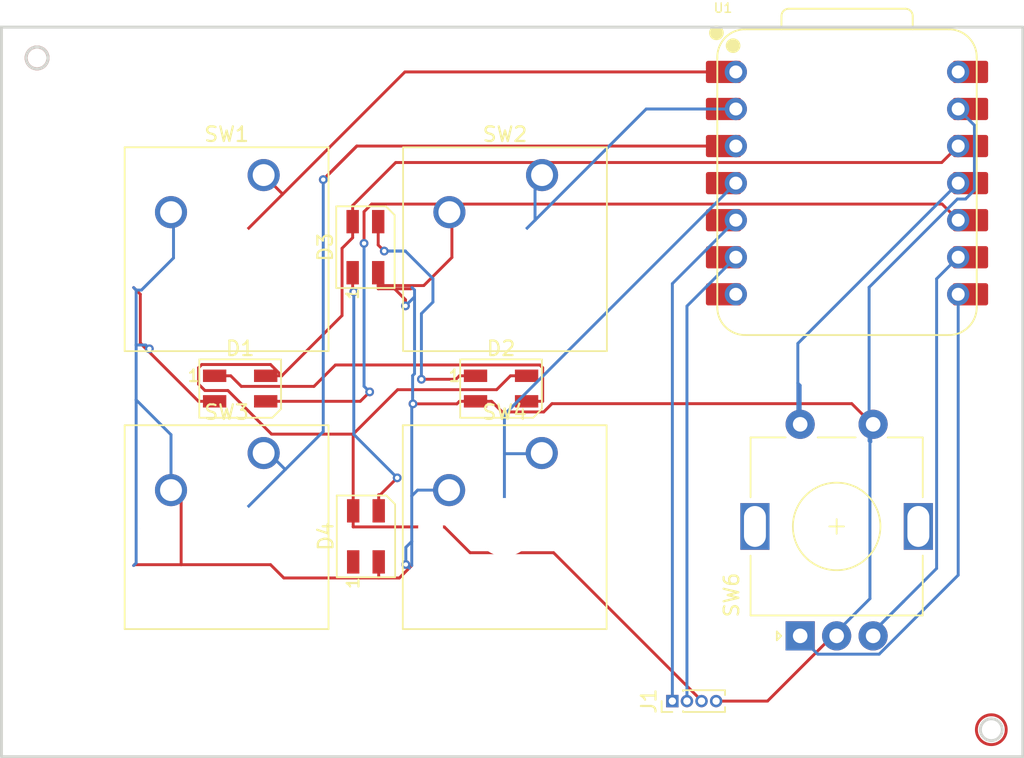
<source format=kicad_pcb>
(kicad_pcb (version 20241229) (generator "pcbnew") (generator_version "9.0")
  (layers (0 "F.Cu" signal) (2 "B.Cu" signal) (13 "F.Paste" user) (15 "B.Paste" user) (5 "F.SilkS" user "F.Silkscreen") (7 "B.SilkS" user "B.Silkscreen") (1 "F.Mask" user) (3 "B.Mask" user) (25 "Edge.Cuts" user))
  (net 0 "")
  (net 1 "Net-(D1-DOUT)")
  (net 2 "Net-(D1-DIN)")
  (net 3 "/GND")
  (net 4 "3v3")
  (net 5 "Net-(D2-DOUT)")
  (net 6 "Net-(D3-DOUT)")
  (net 8 "SDA")
  (net 9 "SCL")
  (net 10 "SW 1")
  (net 11 "SW 2")
  (net 12 "SW 3")
  (net 13 "SW 4")
  (net 14 "SW 5")
  (net 15 "RES ")
  (net 16 "RE B")
  (net 17 "RE A")
  (footprint "Button_Switch_Keyboard:SW_Cherry_MX_1.00u_PCB" (layer "F.Cu") (at 132.05 65.14)
    (property "Reference" "SW2" (at -2.54 -2.794 0) (layer "F.SilkS"))
    (property "Value" "SW_Push")
    (fp_line (start -9.525 -1.905) (end 4.445 -1.905) (stroke (width 0.12)) (layer "F.SilkS"))
    (fp_line (start -9.525 12.065) (end -9.525 -1.905) (stroke (width 0.12)) (layer "F.SilkS"))
    (fp_line (start 4.445 -1.905) (end 4.445 12.065) (stroke (width 0.12)) (layer "F.SilkS"))
    (fp_line (start 4.445 12.065) (end -9.525 12.065) (stroke (width 0.12)) (layer "F.SilkS"))
    (pad "" np_thru_hole circle (at -7.62 5.08) (size 1.7 1.7) (drill 1.7) (layers "*.Cu" "*.Mask"))
    (pad "" np_thru_hole circle (at -2.54 5.08) (size 4 4) (drill 4) (layers "*.Cu" "*.Mask"))
    (pad "" np_thru_hole circle (at 2.54 5.08) (size 1.7 1.7) (drill 1.7) (layers "*.Cu" "*.Mask"))
    (pad "1" thru_hole circle (at 0 0) (size 2.2 2.2) (drill 1.5) (layers "*.Cu" "*.Mask") (net 11 "SW 2"))
    (pad "2" thru_hole circle (at -6.35 2.54) (size 2.2 2.2) (drill 1.5) (layers "*.Cu" "*.Mask") (net 3 "/GND"))
  )
  (footprint "Button_Switch_Keyboard:SW_Cherry_MX_1.00u_PCB" (layer "F.Cu") (at 132.03 84.19)
    (property "Reference" "SW4" (at -2.54 -2.794 0) (layer "F.SilkS"))
    (property "Value" "SW_Push")
    (fp_line (start -9.525 -1.905) (end 4.445 -1.905) (stroke (width 0.12)) (layer "F.SilkS"))
    (fp_line (start -9.525 12.065) (end -9.525 -1.905) (stroke (width 0.12)) (layer "F.SilkS"))
    (fp_line (start 4.445 -1.905) (end 4.445 12.065) (stroke (width 0.12)) (layer "F.SilkS"))
    (fp_line (start 4.445 12.065) (end -9.525 12.065) (stroke (width 0.12)) (layer "F.SilkS"))
    (pad "" np_thru_hole circle (at -7.62 5.08) (size 1.7 1.7) (drill 1.7) (layers "*.Cu" "*.Mask"))
    (pad "" np_thru_hole circle (at -2.54 5.08) (size 4 4) (drill 4) (layers "*.Cu" "*.Mask"))
    (pad "" np_thru_hole circle (at 2.54 5.08) (size 1.7 1.7) (drill 1.7) (layers "*.Cu" "*.Mask"))
    (pad "1" thru_hole circle (at 0 0) (size 2.2 2.2) (drill 1.5) (layers "*.Cu" "*.Mask") (net 13 "SW 4"))
    (pad "2" thru_hole circle (at -6.35 2.54) (size 2.2 2.2) (drill 1.5) (layers "*.Cu" "*.Mask") (net 3 "/GND"))
  )
  (footprint "OPL:XIAO-RP2040-DIP" (layer "F.Cu") (at 152.95 65.69)
    (property "Reference" "U1" (at -8.5 -12 0) (layer "F.SilkS") (effects (font (size 0.635 0.635) (thickness 0.1016))))
    (property "Value" "XIAO-RP2040-DIP")
    (fp_line (start -8.89 8.509) (end -8.89 -8.636) (stroke (width 0.127)) (layer "F.SilkS"))
    (fp_line (start -6.985 10.414) (end 6.985 10.414) (stroke (width 0.127)) (layer "F.SilkS"))
    (fp_line (start -4.495 -10.541) (end -4.491272 -11.451272) (stroke (width 0.127)) (layer "F.SilkS"))
    (fp_line (start -3.991272 -11.951) (end 4.004 -11.951) (stroke (width 0.127)) (layer "F.SilkS"))
    (fp_line (start 4.504 -11.451) (end 4.504 -10.541) (stroke (width 0.127)) (layer "F.SilkS"))
    (fp_line (start 6.985 -10.541) (end -6.985 -10.541) (stroke (width 0.1)) (layer "F.SilkS"))
    (fp_line (start 6.985 -10.541) (end -6.985 -10.541) (stroke (width 0.127)) (layer "F.SilkS"))
    (fp_line (start 8.89 8.509) (end 8.89 -8.636) (stroke (width 0.127)) (layer "F.SilkS"))
    (fp_arc (start -8.89 -8.636) (mid -8.332038 -9.983038) (end -6.985 -10.541) (stroke (width 0.127)) (layer "F.SilkS"))
    (fp_arc (start -6.985 10.414) (mid -8.332038 9.856038) (end -8.89 8.509) (stroke (width 0.127)) (layer "F.SilkS"))
    (fp_arc (start -4.491272 -11.451272) (mid -4.344728 -11.80464) (end -3.991272 -11.951) (stroke (width 0.127)) (layer "F.SilkS"))
    (fp_arc (start 4.004 -11.951) (mid 4.357553 -11.804553) (end 4.504 -11.451) (stroke (width 0.127)) (layer "F.SilkS"))
    (fp_arc (start 6.985 -10.541) (mid 8.332038 -9.983038) (end 8.89 -8.636) (stroke (width 0.127)) (layer "F.SilkS"))
    (fp_arc (start 8.89 8.509) (mid 8.332038 9.856038) (end 6.985 10.414) (stroke (width 0.127)) (layer "F.SilkS"))
    (fp_circle (center -8.95 -10.3) (end -8.95 -10.554) (stroke (width 0.5)) (fill yes) (layer "F.SilkS"))
    (fp_circle (center -7.807 -9.42) (end -7.807 -9.674) (stroke (width 0.5)) (fill yes) (layer "F.SilkS"))
    (pad "1" smd roundrect (at -8.455 -7.62 180) (size 2.432 1.524) (layers "F.Cu" "F.Mask") (roundrect_rratio 0.1) (net 10 "SW 1"))
    (pad "1" thru_hole circle (at -7.62 -7.62 180) (size 1.524 1.524) (drill 0.889) (layers "*.Cu" "*.Mask") (net 10 "SW 1"))
    (pad "2" smd roundrect (at -8.455 -5.08 180) (size 2.432 1.524) (layers "F.Cu" "F.Mask") (roundrect_rratio 0.1) (net 11 "SW 2"))
    (pad "2" thru_hole circle (at -7.62 -5.08 180) (size 1.524 1.524) (drill 0.889) (layers "*.Cu" "*.Mask") (net 11 "SW 2"))
    (pad "3" smd roundrect (at -8.455 -2.54 180) (size 2.432 1.524) (layers "F.Cu" "F.Mask") (roundrect_rratio 0.1) (net 12 "SW 3"))
    (pad "3" thru_hole circle (at -7.62 -2.54 180) (size 1.524 1.524) (drill 0.889) (layers "*.Cu" "*.Mask") (net 12 "SW 3"))
    (pad "4" smd roundrect (at -8.455 0 180) (size 2.432 1.524) (layers "F.Cu" "F.Mask") (roundrect_rratio 0.1) (net 13 "SW 4"))
    (pad "4" thru_hole circle (at -7.62 0 180) (size 1.524 1.524) (drill 0.889) (layers "*.Cu" "*.Mask") (net 13 "SW 4"))
    (pad "5" smd roundrect (at -8.455 2.54 180) (size 2.432 1.524) (layers "F.Cu" "F.Mask") (roundrect_rratio 0.1) (net 8 "SDA"))
    (pad "5" thru_hole circle (at -7.62 2.54 180) (size 1.524 1.524) (drill 0.889) (layers "*.Cu" "*.Mask") (net 8 "SDA"))
    (pad "6" smd roundrect (at -8.455 5.08 180) (size 2.432 1.524) (layers "F.Cu" "F.Mask") (roundrect_rratio 0.1) (net 9 "SCL"))
    (pad "6" thru_hole circle (at -7.62 5.08 180) (size 1.524 1.524) (drill 0.889) (layers "*.Cu" "*.Mask") (net 9 "SCL"))
    (pad "7" smd roundrect (at -8.455 7.62 180) (size 2.432 1.524) (layers "F.Cu" "F.Mask") (roundrect_rratio 0.1) (net 14 "SW 5"))
    (pad "7" thru_hole circle (at -7.62 7.62 180) (size 1.524 1.524) (drill 0.889) (layers "*.Cu" "*.Mask") (net 14 "SW 5"))
    (pad "8" thru_hole circle (at 7.62 7.62) (size 1.524 1.524) (drill 0.889) (layers "*.Cu" "*.Mask") (net 17 "RE A"))
    (pad "8" smd roundrect (at 8.455 7.62) (size 2.432 1.524) (layers "F.Cu" "F.Mask") (roundrect_rratio 0.1) (net 17 "RE A"))
    (pad "9" thru_hole circle (at 7.62 5.08) (size 1.524 1.524) (drill 0.889) (layers "*.Cu" "*.Mask") (net 16 "RE B"))
    (pad "9" smd roundrect (at 8.455 5.08) (size 2.432 1.524) (layers "F.Cu" "F.Mask") (roundrect_rratio 0.1) (net 16 "RE B"))
    (pad "10" thru_hole circle (at 7.62 2.54) (size 1.524 1.524) (drill 0.889) (layers "*.Cu" "*.Mask") (net 2 "Net-(D1-DIN)"))
    (pad "10" smd roundrect (at 8.455 2.54) (size 2.432 1.524) (layers "F.Cu" "F.Mask") (roundrect_rratio 0.1) (net 2 "Net-(D1-DIN)"))
    (pad "11" thru_hole circle (at 7.62 0) (size 1.524 1.524) (drill 0.889) (layers "*.Cu" "*.Mask") (net 15 "RES "))
    (pad "11" smd roundrect (at 8.455 0) (size 2.432 1.524) (layers "F.Cu" "F.Mask") (roundrect_rratio 0.1) (net 15 "RES "))
    (pad "12" thru_hole circle (at 7.62 -2.54) (size 1.524 1.524) (drill 0.889) (layers "*.Cu" "*.Mask") (net 4 "3v3"))
    (pad "12" smd roundrect (at 8.455 -2.54) (size 2.432 1.524) (layers "F.Cu" "F.Mask") (roundrect_rratio 0.1) (net 4 "3v3"))
    (pad "13" thru_hole circle (at 7.62 -5.08) (size 1.524 1.524) (drill 0.889) (layers "*.Cu" "*.Mask") (net 3 "/GND"))
    (pad "13" smd roundrect (at 8.455 -5.08) (size 2.432 1.524) (layers "F.Cu" "F.Mask") (roundrect_rratio 0.1) (net 3 "/GND"))
    (pad "14" thru_hole circle (at 7.62 -7.62) (size 1.524 1.524) (drill 0.889) (layers "*.Cu" "*.Mask"))
    (pad "14" smd roundrect (at 8.455 -7.62) (size 2.432 1.524) (layers "F.Cu" "F.Mask") (roundrect_rratio 0.1))
  )
  (footprint "LED_SMD:LED_SK6812MINI_PLCC4_3.5x3.5mm_P1.75mm" (layer "F.Cu") (at 111.36 79.77)
    (property "Reference" "D1" (at 0 -2.75 0) (layer "F.SilkS"))
    (property "Value" "SK6812MINI")
    (fp_line (start -2.8 -2) (end -2.8 2) (stroke (width 0.12)) (layer "F.SilkS"))
    (fp_line (start -2.8 -2) (end 2.8 -2) (stroke (width 0.12)) (layer "F.SilkS"))
    (fp_line (start -2.8 2) (end 2.2 2) (stroke (width 0.12)) (layer "F.SilkS"))
    (fp_line (start 2.8 1.4) (end 2.2 2) (stroke (width 0.12)) (layer "F.SilkS"))
    (fp_line (start 2.8 1.4) (end 2.8 -2) (stroke (width 0.12)) (layer "F.SilkS"))
    (fp_text user "1" (at -3.2 -0.875 0) (layer "F.SilkS") (effects (font (size 0.8 0.8))))
    (pad "1" smd rect (at -1.75 -0.875) (size 1.6 0.85) (layers "F.Cu" "F.Mask" "F.Paste") (net 1 "Net-(D1-DOUT)"))
    (pad "2" smd rect (at -1.75 0.875) (size 1.6 0.85) (layers "F.Cu" "F.Mask" "F.Paste") (net 3 "/GND"))
    (pad "3" smd rect (at 1.75 0.875) (size 1.6 0.85) (layers "F.Cu" "F.Mask" "F.Paste") (net 2 "Net-(D1-DIN)"))
    (pad "4" smd rect (at 1.75 -0.875) (size 1.6 0.85) (layers "F.Cu" "F.Mask" "F.Paste") (net 4 "3v3"))
  )
  (footprint "LED_SMD:LED_SK6812MINI_PLCC4_3.5x3.5mm_P1.75mm" (layer "F.Cu") (at 119.945 70.08 90)
    (property "Reference" "D3" (at 0 -2.75 90) (layer "F.SilkS"))
    (property "Value" "SK6812MINI")
    (fp_line (start -2.8 -2) (end 2.8 -2) (stroke (width 0.12)) (layer "F.SilkS"))
    (fp_line (start -2.8 -2) (end -2.8 2) (stroke (width 0.12)) (layer "F.SilkS"))
    (fp_line (start 2.8 1.4) (end 2.8 -2) (stroke (width 0.12)) (layer "F.SilkS"))
    (fp_line (start 2.8 1.4) (end 2.2 2) (stroke (width 0.12)) (layer "F.SilkS"))
    (fp_line (start -2.8 2) (end 2.2 2) (stroke (width 0.12)) (layer "F.SilkS"))
    (fp_text user "1" (at -3.2 -0.875 90) (layer "F.SilkS") (effects (font (size 0.8 0.8))))
    (pad "1" smd rect (at -1.75 -0.875 90) (size 1.6 0.85) (layers "F.Cu" "F.Mask" "F.Paste") (net 6 "Net-(D3-DOUT)"))
    (pad "2" smd rect (at -1.75 0.875 90) (size 1.6 0.85) (layers "F.Cu" "F.Mask" "F.Paste") (net 3 "/GND"))
    (pad "3" smd rect (at 1.75 0.875 90) (size 1.6 0.85) (layers "F.Cu" "F.Mask" "F.Paste") (net 5 "Net-(D2-DOUT)"))
    (pad "4" smd rect (at 1.75 -0.875 90) (size 1.6 0.85) (layers "F.Cu" "F.Mask" "F.Paste") (net 4 "3v3"))
  )
  (footprint "Rotary_Encoder:RotaryEncoder_Alps_EC11E-Switch_Vertical_H20mm" (layer "F.Cu") (at 149.74 96.72 90)
    (property "Reference" "SW6" (at 2.8 -4.7 90) (layer "F.SilkS"))
    (property "Value" "RotaryEncoder_Switch")
    (fp_line (start 13.6 -3.4) (end 13.6 -1) (stroke (width 0.12)) (layer "F.SilkS"))
    (fp_line (start 9.5 -3.4) (end 13.6 -3.4) (stroke (width 0.12)) (layer "F.SilkS"))
    (fp_line (start 5.5 -3.4) (end 1.4 -3.4) (stroke (width 0.12)) (layer "F.SilkS"))
    (fp_line (start 1.4 -3.4) (end 1.4 8.4) (stroke (width 0.12)) (layer "F.SilkS"))
    (fp_line (start 0.3 -1.6) (end 0 -1.3) (stroke (width 0.12)) (layer "F.SilkS"))
    (fp_line (start -0.3 -1.6) (end 0.3 -1.6) (stroke (width 0.12)) (layer "F.SilkS"))
    (fp_line (start 0 -1.3) (end -0.3 -1.6) (stroke (width 0.12)) (layer "F.SilkS"))
    (fp_line (start 13.6 1.2) (end 13.6 3.8) (stroke (width 0.12)) (layer "F.SilkS"))
    (fp_line (start 7.5 2) (end 7.5 3) (stroke (width 0.12)) (layer "F.SilkS"))
    (fp_line (start 7 2.5) (end 8 2.5) (stroke (width 0.12)) (layer "F.SilkS"))
    (fp_line (start 13.6 6) (end 13.6 8.4) (stroke (width 0.12)) (layer "F.SilkS"))
    (fp_line (start 13.6 8.4) (end 9.5 8.4) (stroke (width 0.12)) (layer "F.SilkS"))
    (fp_line (start 5.5 8.4) (end 1.4 8.4) (stroke (width 0.12)) (layer "F.SilkS"))
    (fp_circle (center 7.5 2.5) (end 10.5 2.5) (stroke (width 0.12)) (fill no) (layer "F.SilkS"))
    (pad "A" thru_hole rect (at 0 0 90) (size 2 2) (drill 1) (layers "*.Cu" "*.Mask") (net 17 "RE A"))
    (pad "B" thru_hole circle (at 0 5 90) (size 2 2) (drill 1) (layers "*.Cu" "*.Mask") (net 16 "RE B"))
    (pad "C" thru_hole circle (at 0 2.5 90) (size 2 2) (drill 1) (layers "*.Cu" "*.Mask") (net 3 "/GND"))
    (pad "MP" thru_hole rect (at 7.5 -3.1 90) (size 3.2 2) (drill oval 2.8 1.5) (layers "*.Cu" "*.Mask"))
    (pad "MP" thru_hole rect (at 7.5 8.1 90) (size 3.2 2) (drill oval 2.8 1.5) (layers "*.Cu" "*.Mask"))
    (pad "S1" thru_hole circle (at 14.5 5 90) (size 2 2) (drill 1) (layers "*.Cu" "*.Mask") (net 3 "/GND"))
    (pad "S2" thru_hole circle (at 14.5 0 90) (size 2 2) (drill 1) (layers "*.Cu" "*.Mask") (net 15 "RES "))
  )
  (footprint "LED_SMD:LED_SK6812MINI_PLCC4_3.5x3.5mm_P1.75mm" (layer "F.Cu") (at 129.24 79.77)
    (property "Reference" "D2" (at 0 -2.75 0) (layer "F.SilkS"))
    (property "Value" "SK6812MINI")
    (fp_line (start -2.8 -2) (end -2.8 2) (stroke (width 0.12)) (layer "F.SilkS"))
    (fp_line (start -2.8 -2) (end 2.8 -2) (stroke (width 0.12)) (layer "F.SilkS"))
    (fp_line (start -2.8 2) (end 2.2 2) (stroke (width 0.12)) (layer "F.SilkS"))
    (fp_line (start 2.8 1.4) (end 2.2 2) (stroke (width 0.12)) (layer "F.SilkS"))
    (fp_line (start 2.8 1.4) (end 2.8 -2) (stroke (width 0.12)) (layer "F.SilkS"))
    (fp_text user "1" (at -3.2 -0.875 0) (layer "F.SilkS") (effects (font (size 0.8 0.8))))
    (pad "1" smd rect (at -1.75 -0.875) (size 1.6 0.85) (layers "F.Cu" "F.Mask" "F.Paste") (net 5 "Net-(D2-DOUT)"))
    (pad "2" smd rect (at -1.75 0.875) (size 1.6 0.85) (layers "F.Cu" "F.Mask" "F.Paste") (net 3 "/GND"))
    (pad "3" smd rect (at 1.75 0.875) (size 1.6 0.85) (layers "F.Cu" "F.Mask" "F.Paste") (net 1 "Net-(D1-DOUT)"))
    (pad "4" smd rect (at 1.75 -0.875) (size 1.6 0.85) (layers "F.Cu" "F.Mask" "F.Paste") (net 4 "3v3"))
  )
  (footprint "Connector_PinHeader_1.00mm:PinHeader_1x04_P1.00mm_Vertical" (layer "F.Cu") (at 140.98 101.19 90)
    (property "Reference" "J1" (at 0 -1.61 90) (layer "F.SilkS"))
    (property "Value" "Conn_01x04_MountingPin" (hide yes))
    (fp_line (start -0.745 -0.735) (end 0 -0.735) (stroke (width 0.12)) (layer "F.SilkS"))
    (fp_line (start -0.745 0) (end -0.745 -0.735) (stroke (width 0.12)) (layer "F.SilkS"))
    (fp_line (start 0.745 0.735) (end 0.745 3.61) (stroke (width 0.12)) (layer "F.SilkS"))
    (fp_line (start 0.685565 0.735) (end 0.745 0.735) (stroke (width 0.12)) (layer "F.SilkS"))
    (fp_line (start -0.745 0.735) (end -0.685565 0.735) (stroke (width 0.12)) (layer "F.SilkS"))
    (fp_line (start -0.745 0.735) (end -0.745 3.61) (stroke (width 0.12)) (layer "F.SilkS"))
    (fp_line (start 0.41003 3.61) (end 0.745 3.61) (stroke (width 0.12)) (layer "F.SilkS"))
    (fp_line (start -0.745 3.61) (end -0.41003 3.61) (stroke (width 0.12)) (layer "F.SilkS"))
    (pad "1" thru_hole rect (at 0 0 90) (size 0.85 0.85) (drill 0.5) (layers "*.Cu" "*.Mask") (net 8 "SDA"))
    (pad "2" thru_hole circle (at 0 1 90) (size 0.85 0.85) (drill 0.5) (layers "*.Cu" "*.Mask") (net 9 "SCL"))
    (pad "3" thru_hole circle (at 0 2 90) (size 0.85 0.85) (drill 0.5) (layers "*.Cu" "*.Mask") (net 4 "3v3"))
    (pad "4" thru_hole circle (at 0 3 90) (size 0.85 0.85) (drill 0.5) (layers "*.Cu" "*.Mask") (net 3 "/GND"))
  )
  (footprint "Button_Switch_Keyboard:SW_Cherry_MX_1.00u_PCB" (layer "F.Cu") (at 112.97 84.19)
    (property "Reference" "SW3" (at -2.54 -2.794 0) (layer "F.SilkS"))
    (property "Value" "SW_Push")
    (fp_line (start -9.525 -1.905) (end 4.445 -1.905) (stroke (width 0.12)) (layer "F.SilkS"))
    (fp_line (start -9.525 12.065) (end -9.525 -1.905) (stroke (width 0.12)) (layer "F.SilkS"))
    (fp_line (start 4.445 -1.905) (end 4.445 12.065) (stroke (width 0.12)) (layer "F.SilkS"))
    (fp_line (start 4.445 12.065) (end -9.525 12.065) (stroke (width 0.12)) (layer "F.SilkS"))
    (pad "" np_thru_hole circle (at -7.62 5.08) (size 1.7 1.7) (drill 1.7) (layers "*.Cu" "*.Mask"))
    (pad "" np_thru_hole circle (at -2.54 5.08) (size 4 4) (drill 4) (layers "*.Cu" "*.Mask"))
    (pad "" np_thru_hole circle (at 2.54 5.08) (size 1.7 1.7) (drill 1.7) (layers "*.Cu" "*.Mask"))
    (pad "1" thru_hole circle (at 0 0) (size 2.2 2.2) (drill 1.5) (layers "*.Cu" "*.Mask") (net 12 "SW 3"))
    (pad "2" thru_hole circle (at -6.35 2.54) (size 2.2 2.2) (drill 1.5) (layers "*.Cu" "*.Mask") (net 3 "/GND"))
  )
  (footprint "LED_SMD:LED_SK6812MINI_PLCC4_3.5x3.5mm_P1.75mm" (layer "F.Cu") (at 119.98 89.9 90)
    (property "Reference" "D4" (at 0 -2.75 90) (layer "F.SilkS"))
    (property "Value" "SK6812MINI")
    (fp_line (start -2.8 -2) (end 2.8 -2) (stroke (width 0.12)) (layer "F.SilkS"))
    (fp_line (start -2.8 -2) (end -2.8 2) (stroke (width 0.12)) (layer "F.SilkS"))
    (fp_line (start 2.8 1.4) (end 2.8 -2) (stroke (width 0.12)) (layer "F.SilkS"))
    (fp_line (start 2.8 1.4) (end 2.2 2) (stroke (width 0.12)) (layer "F.SilkS"))
    (fp_line (start -2.8 2) (end 2.2 2) (stroke (width 0.12)) (layer "F.SilkS"))
    (fp_text user "1" (at -3.2 -0.875 90) (layer "F.SilkS") (effects (font (size 0.8 0.8))))
    (pad "1" smd rect (at -1.75 -0.875 90) (size 1.6 0.85) (layers "F.Cu" "F.Mask" "F.Paste"))
    (pad "2" smd rect (at -1.75 0.875 90) (size 1.6 0.85) (layers "F.Cu" "F.Mask" "F.Paste") (net 3 "/GND"))
    (pad "3" smd rect (at 1.75 0.875 90) (size 1.6 0.85) (layers "F.Cu" "F.Mask" "F.Paste") (net 6 "Net-(D3-DOUT)"))
    (pad "4" smd rect (at 1.75 -0.875 90) (size 1.6 0.85) (layers "F.Cu" "F.Mask" "F.Paste") (net 4 "3v3"))
  )
  (footprint "Button_Switch_Keyboard:SW_Cherry_MX_1.00u_PCB" (layer "F.Cu") (at 112.97 65.14)
    (property "Reference" "SW1" (at -2.54 -2.794 0) (layer "F.SilkS"))
    (property "Value" "SW_Push")
    (fp_line (start -9.525 -1.905) (end 4.445 -1.905) (stroke (width 0.12)) (layer "F.SilkS"))
    (fp_line (start -9.525 12.065) (end -9.525 -1.905) (stroke (width 0.12)) (layer "F.SilkS"))
    (fp_line (start 4.445 -1.905) (end 4.445 12.065) (stroke (width 0.12)) (layer "F.SilkS"))
    (fp_line (start 4.445 12.065) (end -9.525 12.065) (stroke (width 0.12)) (layer "F.SilkS"))
    (pad "" np_thru_hole circle (at -7.62 5.08) (size 1.7 1.7) (drill 1.7) (layers "*.Cu" "*.Mask"))
    (pad "" np_thru_hole circle (at -2.54 5.08) (size 4 4) (drill 4) (layers "*.Cu" "*.Mask"))
    (pad "" np_thru_hole circle (at 2.54 5.08) (size 1.7 1.7) (drill 1.7) (layers "*.Cu" "*.Mask"))
    (pad "1" thru_hole circle (at 0 0) (size 2.2 2.2) (drill 1.5) (layers "*.Cu" "*.Mask") (net 10 "SW 1"))
    (pad "2" thru_hole circle (at -6.35 2.54) (size 2.2 2.2) (drill 1.5) (layers "*.Cu" "*.Mask") (net 3 "/GND"))
  )
  (gr_circle (center 162.84 103.15) (end 163.36 102.27) (stroke (width 0.2)) (fill no) (layer "F.Cu"))
  (gr_circle (center 97.44 57.11) (end 98.19 57.11) (stroke (width 0.2)) (fill no) (layer "F.Cu"))
  (gr_circle (center 162.84 103.15) (end 163.59 103.15) (stroke (width 0.2)) (fill no) (layer "Edge.Cuts"))
  (gr_rect (start 95 55) (end 165 105) (stroke (width 0.2)) (fill no) (layer "Edge.Cuts"))
  (gr_circle (center 97.44 57.11) (end 98.19 57.11) (stroke (width 0.2)) (fill no) (layer "Edge.Cuts"))
  (segment (start 132.092 80.645) (end 132.092 78.3428) (width 0.2) (layer "F.Cu") (net 1))
  (segment (start 116.42 79.6217) (end 111.438 79.6217) (width 0.2) (layer "F.Cu") (net 1))
  (segment (start 117.888 78.1538) (end 116.42 79.6217) (width 0.2) (layer "F.Cu") (net 1))
  (segment (start 132.092 78.3428) (end 131.903 78.1538) (width 0.2) (layer "F.Cu") (net 1))
  (segment (start 131.903 78.1538) (end 117.888 78.1538) (width 0.2) (layer "F.Cu") (net 1))
  (segment (start 130.99 80.645) (end 132.092 80.645) (width 0.2) (layer "F.Cu") (net 1))
  (segment (start 111.438 79.6217) (end 110.712 78.895) (width 0.2) (layer "F.Cu") (net 1))
  (segment (start 110.712 78.895) (end 109.61 78.895) (width 0.2) (layer "F.Cu") (net 1))
  (segment (start 119.59 80.645) (end 120.236 79.9995) (width 0.2) (layer "F.Cu") (net 2))
  (segment (start 159.467 67.1269) (end 120.371 67.1269) (width 0.2) (layer "F.Cu") (net 2))
  (segment (start 119.85 67.6487) (end 119.85 69.8187) (width 0.2) (layer "F.Cu") (net 2))
  (segment (start 160.57 68.23) (end 159.467 67.1269) (width 0.2) (layer "F.Cu") (net 2))
  (segment (start 161.405 68.23) (end 160.57 68.23) (width 0.2) (layer "F.Cu") (net 2))
  (segment (start 120.371 67.1269) (end 119.85 67.6487) (width 0.2) (layer "F.Cu") (net 2))
  (segment (start 113.11 80.645) (end 119.59 80.645) (width 0.2) (layer "F.Cu") (net 2))
  (via (at 119.85 69.8187) (size 0.6) (drill 0.3) (layers "F.Cu" "B.Cu") (net 2))
  (via (at 120.236 79.9995) (size 0.6) (drill 0.3) (layers "F.Cu" "B.Cu") (net 2))
  (segment (start 119.85 69.8187) (end 119.85 79.6132) (width 0.2) (layer "B.Cu") (net 2))
  (segment (start 119.85 79.6132) (end 120.236 79.9995) (width 0.2) (layer "B.Cu") (net 2))
  (segment (start 154.74 82.22) (end 154.69 82.22) (width 0.2) (layer "F.Cu") (net 3))
  (segment (start 107.315 91.8406) (end 107.315 87.425) (width 0.2) (layer "F.Cu") (net 3))
  (segment (start 120.855 91.6586) (end 120.855 91.6672) (width 0.2) (layer "F.Cu") (net 3))
  (segment (start 127.49 80.645) (end 128.592 80.645) (width 0.2) (layer "F.Cu") (net 3))
  (segment (start 151.46 97.23) (end 151.73 97.23) (width 0.2) (layer "F.Cu") (net 3))
  (segment (start 122.715 91.829) (end 122.9529 92.0669) (width 0.2) (layer "F.Cu") (net 3))
  (segment (start 108.508 80.645) (end 104.517 76.6536) (width 0.2) (layer "F.Cu") (net 3))
  (segment (start 107.315 91.8406) (end 113.441 91.8406) (width 0.2) (layer "F.Cu") (net 3))
  (segment (start 121.939 72.9317) (end 122.6908 73.6835) (width 0.2) (layer "F.Cu") (net 3))
  (segment (start 120.855 91.6502) (end 120.855 91.6505) (width 0.2) (layer "F.Cu") (net 3))
  (segment (start 120.855 91.7188) (end 120.855 91.7877) (width 0.2) (layer "F.Cu") (net 3))
  (segment (start 120.855 91.6501) (end 120.855 91.6502) (width 0.2) (layer "F.Cu") (net 3))
  (segment (start 120.855 92.2008) (end 120.855 92.7517) (width 0.2) (layer "F.Cu") (net 3))
  (segment (start 126.215 80.8181) (end 123.203 80.8181) (width 0.2) (layer "F.Cu") (net 3))
  (segment (start 120.855 91.6672) (end 120.855 91.6844) (width 0.2) (layer "F.Cu") (net 3))
  (segment (start 122.9529 92.0669) (end 122.9529 92.067) (width 0.2) (layer "F.Cu") (net 3))
  (segment (start 122.715 91.829) (end 122.9529 92.0669) (width 0.2) (layer "F.Cu") (net 3))
  (segment (start 122.9529 92.067) (end 122.268 92.7517) (width 0.2) (layer "F.Cu") (net 3))
  (segment (start 160.57 60.61) (end 161.405 60.61) (width 0.2) (layer "F.Cu") (net 3))
  (segment (start 113.441 91.8406) (end 114.352 92.7517) (width 0.2) (layer "F.Cu") (net 3))
  (segment (start 109.61 80.645) (end 108.508 80.645) (width 0.2) (layer "F.Cu") (net 3))
  (segment (start 122.9529 92.0669) (end 122.715 91.829) (width 0.2) (layer "F.Cu") (net 3))
  (segment (start 120.855 91.6543) (end 120.855 91.6586) (width 0.2) (layer "F.Cu") (net 3))
  (segment (start 104.119 91.8406) (end 107.315 91.8406) (width 0.2) (layer "F.Cu") (net 3))
  (segment (start 120.82 72.7122) (end 120.82 72.9317) (width 0.2) (layer "F.Cu") (net 3))
  (segment (start 120.82 72.7122) (end 123.9441 72.7122) (width 0.2) (layer "F.Cu") (net 3))
  (segment (start 114.352 92.7517) (end 120.855 92.7517) (width 0.2) (layer "F.Cu") (net 3))
  (segment (start 107.315 87.425) (end 106.62 86.73) (width 0.2) (layer "F.Cu") (net 3))
  (segment (start 127.49 80.645) (end 126.388 80.645) (width 0.2) (layer "F.Cu") (net 3))
  (segment (start 104.9099 77.0465) (end 104.517 76.6536) (width 0.2) (layer "F.Cu") (net 3))
  (segment (start 120.855 91.7877) (end 120.855 91.9254) (width 0.2) (layer "F.Cu") (net 3))
  (segment (start 151.73 97.23) (end 152.24 96.72) (width 0.2) (layer "F.Cu") (net 3))
  (segment (start 120.82 72.9317) (end 121.939 72.9317) (width 0.2) (layer "F.Cu") (net 3))
  (segment (start 120.855 91.651) (end 120.855 91.6521) (width 0.2) (layer "F.Cu") (net 3))
  (segment (start 120.82 71.83) (end 120.82 72.7122) (width 0.2) (layer "F.Cu") (net 3))
  (segment (start 126.388 80.645) (end 126.215 80.8181) (width 0.2) (layer "F.Cu") (net 3))
  (segment (start 129.318 81.3717) (end 132.163 81.3717) (width 0.2) (layer "F.Cu") (net 3))
  (segment (start 104.06 91.9) (end 104.119 91.8406) (width 0.2) (layer "F.Cu") (net 3))
  (segment (start 122.268 92.7517) (end 120.855 92.7517) (width 0.2) (layer "F.Cu") (net 3))
  (segment (start 104.517 73.3069) (end 104.06 72.85) (width 0.2) (layer "F.Cu") (net 3))
  (segment (start 120.855 91.9254) (end 120.855 92.2008) (width 0.2) (layer "F.Cu") (net 3))
  (segment (start 125.8713 70.785) (end 125.8713 67.8513) (width 0.2) (layer "F.Cu") (net 3))
  (segment (start 120.855 91.6521) (end 120.855 91.6543) (width 0.2) (layer "F.Cu") (net 3))
  (segment (start 147.5 101.19) (end 143.98 101.19) (width 0.2) (layer "F.Cu") (net 3))
  (segment (start 128.592 80.645) (end 129.318 81.3717) (width 0.2) (layer "F.Cu") (net 3))
  (segment (start 125.8713 67.8513) (end 125.7 67.68) (width 0.2) (layer "F.Cu") (net 3))
  (segment (start 120.855 91.6844) (end 120.855 91.7188) (width 0.2) (layer "F.Cu") (net 3))
  (segment (start 151.46 97.23) (end 147.5 101.19) (width 0.2) (layer "F.Cu") (net 3))
  (segment (start 122.6908 73.6835) (end 122.6908 74.1046) (width 0.2) (layer "F.Cu") (net 3))
  (segment (start 123.12 91.9) (end 122.9529 92.067) (width 0.2) (layer "F.Cu") (net 3))
  (segment (start 132.163 81.3717) (end 132.729 80.8055) (width 0.2) (layer "F.Cu") (net 3))
  (segment (start 153.276 80.8055) (end 154.58 82.11) (width 0.2) (layer "F.Cu") (net 3))
  (segment (start 121.939 72.9317) (end 123.058 72.9317) (width 0.2) (layer "F.Cu") (net 3))
  (segment (start 152.08 96.61) (end 151.46 97.23) (width 0.2) (layer "F.Cu") (net 3))
  (segment (start 104.517 76.6536) (end 104.517 73.3069) (width 0.2) (layer "F.Cu") (net 3))
  (segment (start 120.855 91.65) (end 120.855 91.6501) (width 0.2) (layer "F.Cu") (net 3))
  (segment (start 105.1375 77.0465) (end 104.9099 77.0465) (width 0.2) (layer "F.Cu") (net 3))
  (segment (start 132.729 80.8055) (end 153.276 80.8055) (width 0.2) (layer "F.Cu") (net 3))
  (segment (start 123.058 72.9317) (end 123.14 72.85) (width 0.2) (layer "F.Cu") (net 3))
  (segment (start 123.9441 72.7122) (end 125.8713 70.785) (width 0.2) (layer "F.Cu") (net 3))
  (segment (start 120.855 91.6505) (end 120.855 91.651) (width 0.2) (layer "F.Cu") (net 3))
  (segment (start 154.69 82.22) (end 154.58 82.11) (width 0.2) (layer "F.Cu") (net 3))
  (via (at 122.6908 74.1046) (size 0.6) (drill 0.3) (layers "F.Cu" "B.Cu") (net 3))
  (via (at 105.1375 77.0465) (size 0.6) (drill 0.3) (layers "F.Cu" "B.Cu") (net 3))
  (via (at 122.715 91.829) (size 0.6) (drill 0.3) (layers "F.Cu" "B.Cu") (net 3))
  (via (at 123.203 80.8181) (size 0.6) (drill 0.3) (layers "F.Cu" "B.Cu") (net 3))
  (segment (start 154.58 82.11) (end 154.58 82.22) (width 0.2) (layer "B.Cu") (net 3))
  (segment (start 104.5922 73.0213) (end 104.231 73.0213) (width 0.2) (layer "B.Cu") (net 3))
  (segment (start 122.715 90.6524) (end 122.715 91.829) (width 0.2) (layer "B.Cu") (net 3))
  (segment (start 152.105 96.585) (end 152.08 96.61) (width 0.2) (layer "B.Cu") (net 3))
  (segment (start 106.62 67.68) (end 106.7913 67.8513) (width 0.2) (layer "B.Cu") (net 3))
  (segment (start 123.14 72.85) (end 123.311 73.0213) (width 0.2) (layer "B.Cu") (net 3))
  (segment (start 104.231 80.5456) (end 106.62 82.9346) (width 0.2) (layer "B.Cu") (net 3))
  (segment (start 104.231 91.7287) (end 104.231 80.5456) (width 0.2) (layer "B.Cu") (net 3))
  (segment (start 123.311 78.7534) (end 123.179 78.8857) (width 0.2) (layer "B.Cu") (net 3))
  (segment (start 152.24 96.72) (end 152.105 96.585) (width 0.2) (layer "B.Cu") (net 3))
  (segment (start 123.311 73.0213) (end 123.311 73.4844) (width 0.2) (layer "B.Cu") (net 3))
  (segment (start 104.231 76.7834) (end 104.8744 76.7834) (width 0.2) (layer "B.Cu") (net 3))
  (segment (start 122.6908 74.1046) (end 123.311 73.4844) (width 0.2) (layer "B.Cu") (net 3))
  (segment (start 104.8744 76.7834) (end 105.1375 77.0465) (width 0.2) (layer "B.Cu") (net 3))
  (segment (start 106.62 82.9346) (end 106.62 86.73) (width 0.2) (layer "B.Cu") (net 3))
  (segment (start 122.9529 92.0669) (end 122.715 91.829) (width 0.2) (layer "B.Cu") (net 3))
  (segment (start 106.7913 67.8513) (end 106.7913 70.8222) (width 0.2) (layer "B.Cu") (net 3))
  (segment (start 123.203 80.8181) (end 123.12 80.9013) (width 0.2) (layer "B.Cu") (net 3))
  (segment (start 161.682 66.1724) (end 161.682 61.7223) (width 0.2) (layer "B.Cu") (net 3))
  (segment (start 154.522 83.415) (end 154.464 83.3566) (width 0.2) (layer "B.Cu") (net 3))
  (segment (start 154.464 72.8317) (end 160.514 66.7815) (width 0.2) (layer "B.Cu") (net 3))
  (segment (start 154.58 82.22) (end 154.58 83.415) (width 0.2) (layer "B.Cu") (net 3))
  (segment (start 106.7913 70.8222) (end 104.5922 73.0213) (width 0.2) (layer "B.Cu") (net 3))
  (segment (start 123.5212 86.73) (end 123.12 87.1312) (width 0.2) (layer "B.Cu") (net 3))
  (segment (start 123.179 78.8857) (end 123.179 80.7939) (width 0.2) (layer "B.Cu") (net 3))
  (segment (start 154.522 83.415) (end 154.522 94.1676) (width 0.2) (layer "B.Cu") (net 3))
  (segment (start 123.12 87.1312) (end 123.12 90.2474) (width 0.2) (layer "B.Cu") (net 3))
  (segment (start 104.231 76.7834) (end 104.231 73.0213) (width 0.2) (layer "B.Cu") (net 3))
  (segment (start 123.12 80.9013) (end 123.12 87.1312) (width 0.2) (layer "B.Cu") (net 3))
  (segment (start 123.12 90.2474) (end 123.12 91.9) (width 0.2) (layer "B.Cu") (net 3))
  (segment (start 125.68 86.73) (end 123.5212 86.73) (width 0.2) (layer "B.Cu") (net 3))
  (segment (start 123.12 90.2474) (end 122.715 90.6524) (width 0.2) (layer "B.Cu") (net 3))
  (segment (start 104.231 73.0213) (end 104.06 72.85) (width 0.2) (layer "B.Cu") (net 3))
  (segment (start 122.715 91.829) (end 122.9529 92.0669) (width 0.2) (layer "B.Cu") (net 3))
  (segment (start 161.682 61.7223) (end 160.57 60.61) (width 0.2) (layer "B.Cu") (net 3))
  (segment (start 104.231 80.5456) (end 104.231 76.7834) (width 0.2) (layer "B.Cu") (net 3))
  (segment (start 154.522 94.1676) (end 152.105 96.585) (width 0.2) (layer "B.Cu") (net 3))
  (segment (start 123.179 80.7939) (end 123.203 80.8181) (width 0.2) (layer "B.Cu") (net 3))
  (segment (start 123.311 73.4844) (end 123.311 78.7534) (width 0.2) (layer "B.Cu") (net 3))
  (segment (start 154.74 82.22) (end 154.58 82.22) (width 0.2) (layer "B.Cu") (net 3))
  (segment (start 160.514 66.7815) (end 161.073 66.7815) (width 0.2) (layer "B.Cu") (net 3))
  (segment (start 154.58 83.415) (end 154.522 83.415) (width 0.2) (layer "B.Cu") (net 3))
  (segment (start 161.073 66.7815) (end 161.682 66.1724) (width 0.2) (layer "B.Cu") (net 3))
  (segment (start 154.464 83.3566) (end 154.464 72.8317) (width 0.2) (layer "B.Cu") (net 3))
  (segment (start 104.06 91.9) (end 104.231 91.7287) (width 0.2) (layer "B.Cu") (net 3))
  (segment (start 122.152 79.8467) (end 128.937 79.8467) (width 0.2) (layer "F.Cu") (net 4))
  (segment (start 108.73 78.1235) (end 113.44 78.1235) (width 0.2) (layer "F.Cu") (net 4))
  (segment (start 127.118 91.0194) (end 132.837 91.0194) (width 0.2) (layer "F.Cu") (net 4))
  (segment (start 118.343 74.7634) (end 114.212 78.895) (width 0.2) (layer "F.Cu") (net 4))
  (segment (start 119.07 68.33) (end 119.07 67.2283) (width 0.2) (layer "F.Cu") (net 4))
  (segment (start 119.105 88.15) (end 119.105 82.8942) (width 0.2) (layer "F.Cu") (net 4))
  (segment (start 113.511 82.8942) (end 110.523 79.906) (width 0.2) (layer "F.Cu") (net 4))
  (segment (start 118.343 70.1584) (end 118.343 74.7634) (width 0.2) (layer "F.Cu") (net 4))
  (segment (start 142.98 101.162) (end 142.98 101.19) (width 0.2) (layer "F.Cu") (net 4))
  (segment (start 122.02 64.2784) (end 159.442 64.2784) (width 0.2) (layer "F.Cu") (net 4))
  (segment (start 119.105 88.15) (end 119.105 89.2517) (width 0.2) (layer "F.Cu") (net 4))
  (segment (start 110.523 79.906) (end 108.946 79.906) (width 0.2) (layer "F.Cu") (net 4))
  (segment (start 119.07 67.2283) (end 122.02 64.2784) (width 0.2) (layer "F.Cu") (net 4))
  (segment (start 128.937 79.8467) (end 129.888 78.895) (width 0.2) (layer "F.Cu") (net 4))
  (segment (start 132.837 91.0194) (end 142.98 101.162) (width 0.2) (layer "F.Cu") (net 4))
  (segment (start 125.35 89.2517) (end 127.118 91.0194) (width 0.2) (layer "F.Cu") (net 4))
  (segment (start 129.888 78.895) (end 130.99 78.895) (width 0.2) (layer "F.Cu") (net 4))
  (segment (start 108.508 79.4678) (end 108.508 78.345) (width 0.2) (layer "F.Cu") (net 4))
  (segment (start 159.442 64.2784) (end 160.57 63.15) (width 0.2) (layer "F.Cu") (net 4))
  (segment (start 119.105 82.8942) (end 122.152 79.8467) (width 0.2) (layer "F.Cu") (net 4))
  (segment (start 119.105 89.2517) (end 125.35 89.2517) (width 0.2) (layer "F.Cu") (net 4))
  (segment (start 108.508 78.345) (end 108.73 78.1235) (width 0.2) (layer "F.Cu") (net 4))
  (segment (start 161.405 63.15) (end 160.57 63.15) (width 0.2) (layer "F.Cu") (net 4))
  (segment (start 119.105 82.8942) (end 113.511 82.8942) (width 0.2) (layer "F.Cu") (net 4))
  (segment (start 119.07 69.4317) (end 118.343 70.1584) (width 0.2) (layer "F.Cu") (net 4))
  (segment (start 113.44 78.1235) (end 114.212 78.895) (width 0.2) (layer "F.Cu") (net 4))
  (segment (start 108.946 79.906) (end 108.508 79.4678) (width 0.2) (layer "F.Cu") (net 4))
  (segment (start 119.07 68.33) (end 119.07 69.4317) (width 0.2) (layer "F.Cu") (net 4))
  (segment (start 113.11 78.895) (end 114.212 78.895) (width 0.2) (layer "F.Cu") (net 4))
  (segment (start 121.235 70.347) (end 120.82 69.932) (width 0.2) (layer "F.Cu") (net 5))
  (segment (start 126.148 79.1348) (end 123.781 79.1348) (width 0.2) (layer "F.Cu") (net 5))
  (segment (start 120.82 69.932) (end 120.82 68.33) (width 0.2) (layer "F.Cu") (net 5))
  (segment (start 126.388 78.895) (end 126.148 79.1348) (width 0.2) (layer "F.Cu") (net 5))
  (segment (start 127.49 78.895) (end 126.388 78.895) (width 0.2) (layer "F.Cu") (net 5))
  (via (at 123.781 79.1348) (size 0.6) (drill 0.3) (layers "F.Cu" "B.Cu") (net 5))
  (via (at 121.235 70.347) (size 0.6) (drill 0.3) (layers "F.Cu" "B.Cu") (net 5))
  (segment (start 121.235 70.347) (end 122.683 70.347) (width 0.2) (layer "B.Cu") (net 5))
  (segment (start 122.683 70.347) (end 124.571 72.2355) (width 0.2) (layer "B.Cu") (net 5))
  (segment (start 121.235 70.347) (end 122.683 70.347) (width 0.2) (layer "B.Cu") (net 5))
  (segment (start 123.781 74.6339) (end 123.781 79.1348) (width 0.2) (layer "B.Cu") (net 5))
  (segment (start 124.571 73.8433) (end 123.781 74.6339) (width 0.2) (layer "B.Cu") (net 5))
  (segment (start 124.571 72.2355) (end 124.571 73.8433) (width 0.2) (layer "B.Cu") (net 5))
  (segment (start 122.683 70.347) (end 121.235 70.347) (width 0.2) (layer "B.Cu") (net 5))
  (segment (start 119.147 73.0084) (end 119.147 73.1367) (width 0.2) (layer "F.Cu") (net 6))
  (segment (start 120.855 88.15) (end 120.855 87.0483) (width 0.2) (layer "F.Cu") (net 6))
  (segment (start 120.964 87.0483) (end 122.122 85.8895) (width 0.2) (layer "F.Cu") (net 6))
  (segment (start 120.855 87.0483) (end 120.964 87.0483) (width 0.2) (layer "F.Cu") (net 6))
  (segment (start 119.07 72.9317) (end 119.147 73.0084) (width 0.2) (layer "F.Cu") (net 6))
  (segment (start 119.07 71.83) (end 119.07 72.9317) (width 0.2) (layer "F.Cu") (net 6))
  (via (at 122.122 85.8895) (size 0.6) (drill 0.3) (layers "F.Cu" "B.Cu") (net 6))
  (via (at 119.147 73.1367) (size 0.6) (drill 0.3) (layers "F.Cu" "B.Cu") (net 6))
  (segment (start 122.122 85.8895) (end 119.147 82.9137) (width 0.2) (layer "B.Cu") (net 6))
  (segment (start 119.147 82.9137) (end 119.147 73.1367) (width 0.2) (layer "B.Cu") (net 6))
  (segment (start 145.33 68.23) (end 144.495 68.23) (width 0.2) (layer "F.Cu") (net 8))
  (segment (start 140.98 72.58) (end 145.33 68.23) (width 0.2) (layer "B.Cu") (net 8))
  (segment (start 140.98 101.19) (end 140.98 72.58) (width 0.2) (layer "B.Cu") (net 8))
  (segment (start 145.33 70.77) (end 144.495 70.77) (width 0.2) (layer "F.Cu") (net 9))
  (segment (start 141.98 74.12) (end 145.33 70.77) (width 0.2) (layer "B.Cu") (net 9))
  (segment (start 141.98 101.19) (end 141.98 74.12) (width 0.2) (layer "B.Cu") (net 9))
  (segment (start 114.275 66.445) (end 112.97 65.14) (width 0.2) (layer "F.Cu") (net 10))
  (segment (start 122.65 58.07) (end 114.275 66.445) (width 0.2) (layer "F.Cu") (net 10))
  (segment (start 114.275 66.445) (end 110.41 70.31) (width 0.2) (layer "F.Cu") (net 10))
  (segment (start 144.495 58.07) (end 122.65 58.07) (width 0.2) (layer "F.Cu") (net 10))
  (segment (start 145.33 58.07) (end 144.495 58.07) (width 0.2) (layer "F.Cu") (net 10))
  (segment (start 145.33 60.61) (end 144.495 60.61) (width 0.2) (layer "F.Cu") (net 11))
  (segment (start 131.5684 65.6216) (end 132.05 65.14) (width 0.2) (layer "B.Cu") (net 11))
  (segment (start 129.49 70.31) (end 131.5684 68.2316) (width 0.2) (layer "B.Cu") (net 11))
  (segment (start 139.19 60.61) (end 145.33 60.61) (width 0.2) (layer "B.Cu") (net 11))
  (segment (start 131.5684 68.2316) (end 131.5684 65.6216) (width 0.2) (layer "B.Cu") (net 11))
  (segment (start 131.5684 68.2316) (end 139.19 60.61) (width 0.2) (layer "B.Cu") (net 11))
  (segment (start 119.354 63.15) (end 117.054 65.4505) (width 0.2) (layer "F.Cu") (net 12))
  (segment (start 119.354 63.15) (end 144.495 63.15) (width 0.2) (layer "F.Cu") (net 12))
  (segment (start 117.054 65.4505) (end 119.354 63.15) (width 0.2) (layer "F.Cu") (net 12))
  (segment (start 117.054 65.4505) (end 119.354 63.15) (width 0.2) (layer "F.Cu") (net 12))
  (segment (start 145.33 63.15) (end 144.495 63.15) (width 0.2) (layer "F.Cu") (net 12))
  (via (at 117.054 65.4505) (size 0.6) (drill 0.3) (layers "F.Cu" "B.Cu") (net 12))
  (segment (start 113.3196 84.19) (end 114.4499 85.3203) (width 0.2) (layer "B.Cu") (net 12))
  (segment (start 117.054 82.7164) (end 117.054 65.4505) (width 0.2) (layer "B.Cu") (net 12))
  (segment (start 112.97 84.19) (end 113.3196 84.19) (width 0.2) (layer "B.Cu") (net 12))
  (segment (start 114.4499 85.3203) (end 117.054 82.7164) (width 0.2) (layer "B.Cu") (net 12))
  (segment (start 110.41 89.36) (end 114.4499 85.3203) (width 0.2) (layer "B.Cu") (net 12))
  (segment (start 145.33 65.69) (end 144.495 65.69) (width 0.2) (layer "F.Cu") (net 13))
  (segment (start 129.47 81.55) (end 145.33 65.69) (width 0.2) (layer "B.Cu") (net 13))
  (segment (start 129.47 84.235) (end 131.985 84.235) (width 0.2) (layer "B.Cu") (net 13))
  (segment (start 129.47 84.235) (end 129.47 81.55) (width 0.2) (layer "B.Cu") (net 13))
  (segment (start 131.985 84.235) (end 132.03 84.19) (width 0.2) (layer "B.Cu") (net 13))
  (segment (start 129.47 89.36) (end 129.47 84.235) (width 0.2) (layer "B.Cu") (net 13))
  (segment (start 144.495 73.31) (end 145.33 73.31) (width 0.2) (layer "F.Cu") (net 14))
  (segment (start 160.57 65.69) (end 161.405 65.69) (width 0.2) (layer "F.Cu") (net 15))
  (segment (start 149.74 79.555) (end 149.74 82.22) (width 0.2) (layer "B.Cu") (net 15))
  (segment (start 149.58 79.395) (end 149.74 79.555) (width 0.2) (layer "B.Cu") (net 15))
  (segment (start 149.58 82.11) (end 149.58 79.395) (width 0.2) (layer "B.Cu") (net 15))
  (segment (start 149.58 76.68) (end 160.57 65.69) (width 0.2) (layer "B.Cu") (net 15))
  (segment (start 149.58 79.395) (end 149.58 76.68) (width 0.2) (layer "B.Cu") (net 15))
  (segment (start 161.405 70.77) (end 160.57 70.77) (width 0.2) (layer "F.Cu") (net 16))
  (segment (start 154.74 96.4499) (end 154.74 96.72) (width 0.2) (layer "B.Cu") (net 16))
  (segment (start 156.836 94.3539) (end 154.74 96.4499) (width 0.2) (layer "B.Cu") (net 16))
  (segment (start 156.836 94.3539) (end 154.58 96.61) (width 0.2) (layer "B.Cu") (net 16))
  (segment (start 160.57 70.77) (end 159.092 72.2478) (width 0.2) (layer "B.Cu") (net 16))
  (segment (start 159.092 72.2478) (end 159.092 92.0978) (width 0.2) (layer "B.Cu") (net 16))
  (segment (start 159.092 92.0978) (end 156.836 94.3539) (width 0.2) (layer "B.Cu") (net 16))
  (segment (start 160.57 73.31) (end 161.405 73.31) (width 0.2) (layer "F.Cu") (net 17))
  (segment (start 155.153 97.974) (end 160.57 92.5572) (width 0.2) (layer "B.Cu") (net 17))
  (segment (start 150.262 97.292) (end 149.74 96.77) (width 0.2) (layer "B.Cu") (net 17))
  (segment (start 149.74 96.77) (end 149.74 96.72) (width 0.2) (layer "B.Cu") (net 17))
  (segment (start 150.944 97.974) (end 155.153 97.974) (width 0.2) (layer "B.Cu") (net 17))
  (segment (start 149.58 96.61) (end 150.262 97.292) (width 0.2) (layer "B.Cu") (net 17))
  (segment (start 150.262 97.292) (end 150.944 97.974) (width 0.2) (layer "B.Cu") (net 17))
  (segment (start 160.57 92.5572) (end 160.57 73.31) (width 0.2) (layer "B.Cu") (net 17))
)
</source>
